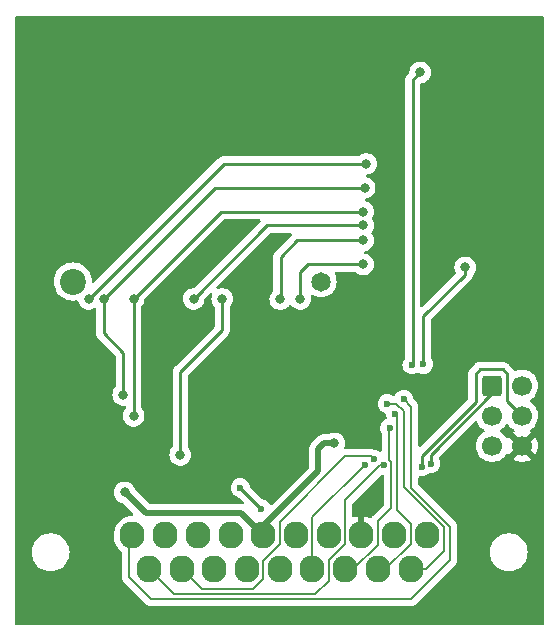
<source format=gbr>
%TF.GenerationSoftware,KiCad,Pcbnew,7.0.9*%
%TF.CreationDate,2023-12-04T13:48:36-06:00*%
%TF.ProjectId,smartportsd-smd,736d6172-7470-46f7-9274-73642d736d64,rev?*%
%TF.SameCoordinates,Original*%
%TF.FileFunction,Copper,L2,Bot*%
%TF.FilePolarity,Positive*%
%FSLAX46Y46*%
G04 Gerber Fmt 4.6, Leading zero omitted, Abs format (unit mm)*
G04 Created by KiCad (PCBNEW 7.0.9) date 2023-12-04 13:48:36*
%MOMM*%
%LPD*%
G01*
G04 APERTURE LIST*
G04 Aperture macros list*
%AMRoundRect*
0 Rectangle with rounded corners*
0 $1 Rounding radius*
0 $2 $3 $4 $5 $6 $7 $8 $9 X,Y pos of 4 corners*
0 Add a 4 corners polygon primitive as box body*
4,1,4,$2,$3,$4,$5,$6,$7,$8,$9,$2,$3,0*
0 Add four circle primitives for the rounded corners*
1,1,$1+$1,$2,$3*
1,1,$1+$1,$4,$5*
1,1,$1+$1,$6,$7*
1,1,$1+$1,$8,$9*
0 Add four rect primitives between the rounded corners*
20,1,$1+$1,$2,$3,$4,$5,0*
20,1,$1+$1,$4,$5,$6,$7,0*
20,1,$1+$1,$6,$7,$8,$9,0*
20,1,$1+$1,$8,$9,$2,$3,0*%
G04 Aperture macros list end*
%TA.AperFunction,ComponentPad*%
%ADD10C,1.650000*%
%TD*%
%TA.AperFunction,ComponentPad*%
%ADD11C,2.200000*%
%TD*%
%TA.AperFunction,ComponentPad*%
%ADD12RoundRect,0.250000X-0.600000X-0.600000X0.600000X-0.600000X0.600000X0.600000X-0.600000X0.600000X0*%
%TD*%
%TA.AperFunction,ComponentPad*%
%ADD13C,1.700000*%
%TD*%
%TA.AperFunction,ComponentPad*%
%ADD14O,2.100000X2.300000*%
%TD*%
%TA.AperFunction,ViaPad*%
%ADD15C,0.800000*%
%TD*%
%TA.AperFunction,ViaPad*%
%ADD16C,0.600000*%
%TD*%
%TA.AperFunction,Conductor*%
%ADD17C,0.250000*%
%TD*%
%TA.AperFunction,Conductor*%
%ADD18C,0.200000*%
%TD*%
%TA.AperFunction,Conductor*%
%ADD19C,0.500000*%
%TD*%
G04 APERTURE END LIST*
D10*
%TO.P,J3,16*%
%TO.N,N/C*%
X160506000Y-105346000D03*
D11*
%TO.P,J3,17*%
X139506000Y-105346000D03*
%TD*%
D12*
%TO.P,J2,1,Pin_1*%
%TO.N,/MISO_D12*%
X175006000Y-114173000D03*
D13*
%TO.P,J2,2,Pin_2*%
%TO.N,+5V*%
X177546000Y-114173000D03*
%TO.P,J2,3,Pin_3*%
%TO.N,/SCK_D13*%
X175006000Y-116713000D03*
%TO.P,J2,4,Pin_4*%
%TO.N,/MOSI_D11*%
X177546000Y-116713000D03*
%TO.P,J2,5,Pin_5*%
%TO.N,/RESET*%
X175006000Y-119253000D03*
%TO.P,J2,6,Pin_6*%
%TO.N,GND*%
X177546000Y-119253000D03*
%TD*%
D14*
%TO.P,J1,1,1*%
%TO.N,GND*%
X169477200Y-126850000D03*
%TO.P,J1,2,2*%
X166707200Y-126850000D03*
%TO.P,J1,3,3*%
X163937200Y-126850000D03*
%TO.P,J1,4,4*%
%TO.N,unconnected-(J1-Pad4)*%
X161167200Y-126850000D03*
%TO.P,J1,5,5*%
%TO.N,unconnected-(J1-Pad5)*%
X158397200Y-126850000D03*
%TO.P,J1,6,6*%
%TO.N,+5V*%
X155627200Y-126850000D03*
%TO.P,J1,7,7*%
%TO.N,unconnected-(J1-Pad7)*%
X152857200Y-126850000D03*
%TO.P,J1,8,8*%
%TO.N,unconnected-(J1-Pad8)*%
X150087200Y-126850000D03*
%TO.P,J1,9,9*%
%TO.N,unconnected-(J1-Pad9)*%
X147317200Y-126850000D03*
%TO.P,J1,10,10*%
%TO.N,/PA5_WR_PROT*%
X144547200Y-126850000D03*
%TO.P,J1,11,P11*%
%TO.N,/PD2_00*%
X168092200Y-129690000D03*
%TO.P,J1,12,P12*%
%TO.N,/PD3_01*%
X165322200Y-129690000D03*
%TO.P,J1,13,P13*%
%TO.N,/PD4_02*%
X162552200Y-129690000D03*
%TO.P,J1,14,P14*%
%TO.N,/PD5_03*%
X159782200Y-129690000D03*
%TO.P,J1,15,P15*%
%TO.N,unconnected-(J1-P15-Pad15)*%
X157012200Y-129690000D03*
%TO.P,J1,16,P16*%
%TO.N,unconnected-(J1-P16-Pad16)*%
X154242200Y-129690000D03*
%TO.P,J1,17,P17*%
%TO.N,unconnected-(J1-P17-Pad17)*%
X151472200Y-129690000D03*
%TO.P,J1,18,P18*%
%TO.N,/PD6_RD_DATA*%
X148702200Y-129690000D03*
%TO.P,J1,19,P19*%
%TO.N,/PD7_WR_DATA*%
X145932200Y-129690000D03*
%TD*%
D15*
%TO.N,GND*%
X139319000Y-101854000D03*
X164084000Y-116713000D03*
X147193000Y-106807000D03*
X172593000Y-128397000D03*
X141478000Y-117602000D03*
X136017000Y-118618000D03*
X137033000Y-112141000D03*
X142240000Y-115824000D03*
X137287000Y-118618000D03*
X141478000Y-118618000D03*
X155448000Y-114046000D03*
X176276000Y-88900000D03*
X176276000Y-102870000D03*
X165100000Y-111125000D03*
X141478000Y-119634000D03*
X169926000Y-117475000D03*
X172085000Y-129794000D03*
X136525000Y-123444000D03*
X175895000Y-109728000D03*
X172339000Y-125349000D03*
X160655000Y-117602000D03*
X149098000Y-92202000D03*
X136017000Y-117602000D03*
X140335000Y-117602000D03*
X137287000Y-117602000D03*
X140335000Y-119634000D03*
X159639000Y-84709000D03*
X154686000Y-106807000D03*
X169672000Y-105664000D03*
X172466000Y-126873000D03*
X152146000Y-112268000D03*
X162560000Y-113411000D03*
X171323000Y-124460000D03*
X138938000Y-84836000D03*
X136017000Y-119634000D03*
X137287000Y-119634000D03*
X158242000Y-119126000D03*
X140335000Y-118618000D03*
%TO.N,/PA4_STATUS_LED*%
X168910000Y-87630000D03*
D16*
X168224556Y-112396762D03*
D15*
%TO.N,+5V*%
X161643986Y-119043516D03*
X143891000Y-123190000D03*
D16*
%TO.N,/PA5_WR_PROT*%
X167513000Y-115316000D03*
D15*
%TO.N,Net-(J3-DAT3{slash}CS)*%
X143764000Y-114935000D03*
X142113000Y-106807000D03*
X164211000Y-97409000D03*
%TO.N,Net-(J3-CMD{slash}DI)*%
X144653000Y-106807000D03*
X164084000Y-99441000D03*
X144653000Y-116713000D03*
%TO.N,+3.3V*%
X164084000Y-100584000D03*
X149733000Y-106807000D03*
D16*
%TO.N,/PD2_00*%
X166116000Y-115697000D03*
D15*
%TO.N,Net-(J3-CLK{slash}SCLK)*%
X148590000Y-120015000D03*
X152146000Y-106807000D03*
D16*
%TO.N,/MISO_D12*%
X153670000Y-122809000D03*
X155448000Y-124595500D03*
D15*
X164084000Y-101854000D03*
D16*
X169805000Y-120764500D03*
D15*
X157061000Y-106845000D03*
%TO.N,Net-(J3-DAT1)*%
X158750000Y-106807000D03*
X164084000Y-103886000D03*
%TO.N,Net-(J3-DAT2)*%
X140843000Y-106807000D03*
X164338000Y-95377000D03*
D16*
%TO.N,/PD3_01*%
X166811500Y-116525500D03*
%TO.N,/PD4_02*%
X166336500Y-117729000D03*
%TO.N,/PD5_03*%
X164211000Y-120904000D03*
%TO.N,/MOSI_D11*%
X169037000Y-121031000D03*
%TO.N,/PD6_RD_DATA*%
X164973000Y-120396000D03*
%TO.N,/PD7_WR_DATA*%
X165862000Y-120904000D03*
%TO.N,/PA3_EJECT_BUTTON*%
X169189400Y-112344200D03*
D15*
X172720000Y-104140000D03*
%TD*%
D17*
%TO.N,/PA3_EJECT_BUTTON*%
X169189400Y-108296295D02*
X172720000Y-104765695D01*
X169189400Y-112344200D02*
X169189400Y-108296295D01*
X172720000Y-104765695D02*
X172720000Y-104140000D01*
D18*
%TO.N,/PD6_RD_DATA*%
X150412200Y-131400000D02*
X148702200Y-129690000D01*
X155625800Y-130505200D02*
X154731000Y-131400000D01*
X157022800Y-125679200D02*
X157022800Y-127587394D01*
X155625800Y-128984394D02*
X155625800Y-130505200D01*
X154731000Y-131400000D02*
X150412200Y-131400000D01*
X157022800Y-127587394D02*
X155625800Y-128984394D01*
X162560000Y-120142000D02*
X157022800Y-125679200D01*
X164719000Y-120142000D02*
X162560000Y-120142000D01*
X164973000Y-120396000D02*
X164719000Y-120142000D01*
%TO.N,/PD7_WR_DATA*%
X160046000Y-131800000D02*
X148042200Y-131800000D01*
X161163000Y-130683000D02*
X160046000Y-131800000D01*
X148042200Y-131800000D02*
X145932200Y-129690000D01*
X161163000Y-128933388D02*
X161163000Y-130683000D01*
X162560000Y-127536388D02*
X161163000Y-128933388D01*
X165529322Y-120904000D02*
X162560000Y-123873322D01*
X162560000Y-123873322D02*
X162560000Y-127536388D01*
X165862000Y-120904000D02*
X165529322Y-120904000D01*
%TO.N,/PD4_02*%
X163239770Y-129690000D02*
X162552200Y-129690000D01*
X165303200Y-127626570D02*
X163239770Y-129690000D01*
X165303200Y-125653800D02*
X165303200Y-127626570D01*
X166462000Y-120655471D02*
X166462000Y-124495000D01*
X166243000Y-117822500D02*
X166243000Y-120436471D01*
X166462000Y-124495000D02*
X165303200Y-125653800D01*
X166336500Y-117729000D02*
X166243000Y-117822500D01*
X166243000Y-120436471D02*
X166462000Y-120655471D01*
%TO.N,/PA5_WR_PROT*%
X144272000Y-127125200D02*
X144547200Y-126850000D01*
X146106500Y-132200000D02*
X144272000Y-130365500D01*
X168155000Y-132200000D02*
X146106500Y-132200000D01*
X171450000Y-128905000D02*
X168155000Y-132200000D01*
X168148000Y-122809000D02*
X171450000Y-126111000D01*
X168148000Y-115951000D02*
X168148000Y-122809000D01*
X144272000Y-130365500D02*
X144272000Y-127125200D01*
X167513000Y-115316000D02*
X168148000Y-115951000D01*
X171450000Y-126111000D02*
X171450000Y-128905000D01*
%TO.N,/PD2_00*%
X169395000Y-129690000D02*
X168092200Y-129690000D01*
X170942000Y-128143000D02*
X169395000Y-129690000D01*
X170942000Y-126168686D02*
X170942000Y-128143000D01*
X167513000Y-122739686D02*
X170942000Y-126168686D01*
X167513000Y-116332000D02*
X167513000Y-122739686D01*
X166878000Y-115697000D02*
X167513000Y-116332000D01*
X166116000Y-115697000D02*
X166878000Y-115697000D01*
D17*
%TO.N,/PA4_STATUS_LED*%
X168275000Y-112346318D02*
X168275000Y-88265000D01*
X168275000Y-88265000D02*
X168910000Y-87630000D01*
X168224556Y-112396762D02*
X168275000Y-112346318D01*
D19*
%TO.N,+5V*%
X155627200Y-126058800D02*
X155627200Y-126850000D01*
X153745200Y-124968000D02*
X155627200Y-126850000D01*
X143891000Y-123190000D02*
X145669000Y-124968000D01*
X145669000Y-124968000D02*
X153745200Y-124968000D01*
X160737484Y-119043516D02*
X160274000Y-119507000D01*
X161643986Y-119043516D02*
X160737484Y-119043516D01*
X160274000Y-121412000D02*
X155627200Y-126058800D01*
X160274000Y-119507000D02*
X160274000Y-121412000D01*
D17*
%TO.N,Net-(J3-DAT3{slash}CS)*%
X143764000Y-114935000D02*
X143764000Y-111379000D01*
X151511000Y-97409000D02*
X164211000Y-97409000D01*
X142113000Y-106807000D02*
X151511000Y-97409000D01*
X143764000Y-111379000D02*
X142113000Y-109728000D01*
X142113000Y-109728000D02*
X142113000Y-106807000D01*
%TO.N,Net-(J3-CMD{slash}DI)*%
X152019000Y-99441000D02*
X164084000Y-99441000D01*
X144653000Y-106807000D02*
X144653000Y-116713000D01*
X144653000Y-106807000D02*
X152019000Y-99441000D01*
%TO.N,+3.3V*%
X155956000Y-100584000D02*
X164084000Y-100584000D01*
X149733000Y-106807000D02*
X155956000Y-100584000D01*
%TO.N,Net-(J3-CLK{slash}SCLK)*%
X148590000Y-113030000D02*
X148590000Y-120015000D01*
X152146000Y-106807000D02*
X152146000Y-109474000D01*
X148590000Y-113030000D02*
X152146000Y-109474000D01*
%TO.N,/MISO_D12*%
X153670000Y-122809000D02*
X153670000Y-122817500D01*
X158496000Y-101854000D02*
X164084000Y-101854000D01*
X153670000Y-122817500D02*
X155448000Y-124595500D01*
X169805000Y-120764500D02*
X169805000Y-120009000D01*
X175006000Y-114808000D02*
X175006000Y-114173000D01*
X169805000Y-120009000D02*
X175006000Y-114808000D01*
X157099000Y-106807000D02*
X157099000Y-103251000D01*
X157099000Y-103251000D02*
X158496000Y-101854000D01*
%TO.N,Net-(J3-DAT1)*%
X158750000Y-104521000D02*
X159385000Y-103886000D01*
X158750000Y-106807000D02*
X158750000Y-104521000D01*
X159385000Y-103886000D02*
X164084000Y-103886000D01*
%TO.N,Net-(J3-DAT2)*%
X152273000Y-95377000D02*
X164338000Y-95377000D01*
X140843000Y-106807000D02*
X152273000Y-95377000D01*
D18*
%TO.N,/PD3_01*%
X168097200Y-125882400D02*
X168097200Y-127558800D01*
X166936000Y-124721200D02*
X168097200Y-125882400D01*
X166936000Y-116650000D02*
X166936000Y-124721200D01*
X166811500Y-116525500D02*
X166936000Y-116650000D01*
X168097200Y-127558800D02*
X165966000Y-129690000D01*
X165966000Y-129690000D02*
X165322200Y-129690000D01*
%TO.N,/PD5_03*%
X159792200Y-125322800D02*
X164211000Y-120904000D01*
X159792200Y-129680000D02*
X159792200Y-125322800D01*
X159782200Y-129690000D02*
X159792200Y-129680000D01*
D17*
%TO.N,/MOSI_D11*%
X169037000Y-120140604D02*
X169037000Y-121031000D01*
X175895000Y-112776000D02*
X173990000Y-112776000D01*
X173609000Y-113157000D02*
X173609000Y-115568604D01*
X173609000Y-115568604D02*
X169037000Y-120140604D01*
X177546000Y-116713000D02*
X176276000Y-115443000D01*
X176276000Y-115443000D02*
X176276000Y-113157000D01*
X173990000Y-112776000D02*
X173609000Y-113157000D01*
X176276000Y-113157000D02*
X175895000Y-112776000D01*
%TD*%
%TA.AperFunction,Conductor*%
%TO.N,GND*%
G36*
X165921783Y-127024353D02*
G01*
X165911700Y-126978000D01*
X165911700Y-126934863D01*
X165921783Y-127024353D01*
G37*
%TD.AperFunction*%
%TA.AperFunction,Conductor*%
G36*
X165911700Y-126765136D02*
G01*
X165911700Y-126722000D01*
X165919586Y-126695139D01*
X165911700Y-126765136D01*
G37*
%TD.AperFunction*%
%TA.AperFunction,Conductor*%
G36*
X165679432Y-121697044D02*
G01*
X165680221Y-121697049D01*
X165680942Y-121697213D01*
X165680953Y-121697217D01*
X165741610Y-121704051D01*
X165807060Y-121731553D01*
X165847253Y-121790077D01*
X165853500Y-121829258D01*
X165853500Y-124190759D01*
X165833498Y-124258880D01*
X165816595Y-124279855D01*
X164904048Y-125192401D01*
X164897847Y-125197839D01*
X164869213Y-125219812D01*
X164843660Y-125253111D01*
X164843639Y-125253139D01*
X164793298Y-125318744D01*
X164735960Y-125360611D01*
X164665089Y-125364833D01*
X164630336Y-125351159D01*
X164607278Y-125337846D01*
X164372076Y-125248645D01*
X164191200Y-125211718D01*
X164191200Y-126091316D01*
X164116343Y-126065123D01*
X163982126Y-126050000D01*
X163892274Y-126050000D01*
X163758057Y-126065123D01*
X163683200Y-126091316D01*
X163683200Y-125211397D01*
X163683199Y-125211397D01*
X163624544Y-125218520D01*
X163624542Y-125218520D01*
X163382936Y-125288501D01*
X163348514Y-125304835D01*
X163278395Y-125315965D01*
X163213390Y-125287420D01*
X163174136Y-125228262D01*
X163168500Y-125190999D01*
X163168500Y-124177560D01*
X163188502Y-124109439D01*
X163205400Y-124088470D01*
X165563079Y-121730790D01*
X165625389Y-121696767D01*
X165673854Y-121697016D01*
X165673921Y-121696424D01*
X165679432Y-121697044D01*
G37*
%TD.AperFunction*%
%TA.AperFunction,Conductor*%
G36*
X176359225Y-117388669D02*
G01*
X176381480Y-117414353D01*
X176414607Y-117465058D01*
X176470275Y-117550265D01*
X176470279Y-117550270D01*
X176622762Y-117715908D01*
X176639583Y-117729000D01*
X176800424Y-117854189D01*
X176834205Y-117872470D01*
X176884596Y-117922482D01*
X176899949Y-117991799D01*
X176875389Y-118058412D01*
X176834208Y-118094097D01*
X176800700Y-118112230D01*
X176780310Y-118128099D01*
X176780310Y-118128101D01*
X177418411Y-118766202D01*
X177403685Y-118768320D01*
X177272900Y-118828048D01*
X177164239Y-118922202D01*
X177086507Y-119043156D01*
X177061638Y-119127849D01*
X176422921Y-118489132D01*
X176422920Y-118489132D01*
X176381780Y-118552102D01*
X176327776Y-118598190D01*
X176257428Y-118607765D01*
X176193071Y-118577787D01*
X176170822Y-118552111D01*
X176081722Y-118415732D01*
X175929240Y-118250094D01*
X175929239Y-118250093D01*
X175929237Y-118250091D01*
X175781389Y-118135016D01*
X175751576Y-118111811D01*
X175718319Y-118093813D01*
X175667929Y-118043802D01*
X175652576Y-117974485D01*
X175677136Y-117907872D01*
X175718320Y-117872186D01*
X175751576Y-117854189D01*
X175929240Y-117715906D01*
X176081722Y-117550268D01*
X176170518Y-117414354D01*
X176224520Y-117368268D01*
X176294868Y-117358692D01*
X176359225Y-117388669D01*
G37*
%TD.AperFunction*%
%TA.AperFunction,Conductor*%
G36*
X179355621Y-82920502D02*
G01*
X179402114Y-82974158D01*
X179413500Y-83026500D01*
X179413500Y-134320500D01*
X179393498Y-134388621D01*
X179339842Y-134435114D01*
X179287500Y-134446500D01*
X134712500Y-134446500D01*
X134644379Y-134426498D01*
X134597886Y-134372842D01*
X134586500Y-134320500D01*
X134586500Y-128270000D01*
X136011751Y-128270000D01*
X136031517Y-128521147D01*
X136090326Y-128766109D01*
X136147856Y-128904998D01*
X136186734Y-128998859D01*
X136317271Y-129211876D01*
X136318365Y-129213660D01*
X136318366Y-129213662D01*
X136481975Y-129405224D01*
X136673537Y-129568833D01*
X136673541Y-129568836D01*
X136888341Y-129700466D01*
X137121089Y-129796873D01*
X137366052Y-129855683D01*
X137518355Y-129867669D01*
X137554315Y-129870500D01*
X137554318Y-129870500D01*
X137680085Y-129870500D01*
X137713892Y-129867839D01*
X137868348Y-129855683D01*
X138113311Y-129796873D01*
X138346059Y-129700466D01*
X138560859Y-129568836D01*
X138752424Y-129405224D01*
X138916036Y-129213659D01*
X139047666Y-128998859D01*
X139144073Y-128766111D01*
X139202883Y-128521148D01*
X139222649Y-128270000D01*
X139202883Y-128018852D01*
X139144073Y-127773889D01*
X139047666Y-127541141D01*
X138916036Y-127326341D01*
X138808822Y-127200809D01*
X138752424Y-127134775D01*
X138560862Y-126971166D01*
X138560860Y-126971165D01*
X138560859Y-126971164D01*
X138346059Y-126839534D01*
X138113311Y-126743127D01*
X138113309Y-126743126D01*
X137945736Y-126702896D01*
X137868348Y-126684317D01*
X137821281Y-126680612D01*
X137680085Y-126669500D01*
X137680082Y-126669500D01*
X137554318Y-126669500D01*
X137554315Y-126669500D01*
X137366052Y-126684317D01*
X137121090Y-126743126D01*
X136888342Y-126839533D01*
X136673539Y-126971165D01*
X136673537Y-126971166D01*
X136481975Y-127134775D01*
X136318366Y-127326337D01*
X136318365Y-127326339D01*
X136186733Y-127541142D01*
X136090326Y-127773890D01*
X136031517Y-128018852D01*
X136011751Y-128270000D01*
X134586500Y-128270000D01*
X134586500Y-123190000D01*
X142977496Y-123190000D01*
X142997457Y-123379927D01*
X143018637Y-123445111D01*
X143056473Y-123561556D01*
X143056476Y-123561561D01*
X143151958Y-123726941D01*
X143151965Y-123726951D01*
X143279744Y-123868864D01*
X143279747Y-123868866D01*
X143434248Y-123981118D01*
X143608712Y-124058794D01*
X143671769Y-124072197D01*
X143734243Y-124105925D01*
X143734668Y-124106349D01*
X144601974Y-124973655D01*
X144636000Y-125035967D01*
X144630935Y-125106782D01*
X144588388Y-125163618D01*
X144521868Y-125188429D01*
X144507812Y-125188647D01*
X144486511Y-125187789D01*
X144484242Y-125187698D01*
X144484235Y-125187698D01*
X144234444Y-125218029D01*
X144234442Y-125218029D01*
X143992760Y-125288033D01*
X143992755Y-125288034D01*
X143765417Y-125395907D01*
X143558335Y-125538844D01*
X143558318Y-125538858D01*
X143376856Y-125713155D01*
X143376854Y-125713157D01*
X143376851Y-125713161D01*
X143225686Y-125914325D01*
X143143392Y-126071125D01*
X143108747Y-126137135D01*
X143029064Y-126375816D01*
X143029062Y-126375825D01*
X142988701Y-126624175D01*
X142988700Y-126624189D01*
X142988700Y-127012807D01*
X143003877Y-127200809D01*
X143064097Y-127445137D01*
X143162727Y-127676626D01*
X143162730Y-127676631D01*
X143297213Y-127889301D01*
X143464077Y-128077651D01*
X143464081Y-128077654D01*
X143617188Y-128202662D01*
X143657305Y-128261238D01*
X143663500Y-128300262D01*
X143663500Y-130321488D01*
X143662960Y-130329719D01*
X143658250Y-130365498D01*
X143658250Y-130365502D01*
X143663255Y-130403520D01*
X143663257Y-130403541D01*
X143676608Y-130504955D01*
X143679162Y-130524351D01*
X143740475Y-130672374D01*
X143740480Y-130672382D01*
X143813525Y-130767574D01*
X143838014Y-130799488D01*
X143866651Y-130821462D01*
X143872844Y-130826893D01*
X145645105Y-132599154D01*
X145650537Y-132605348D01*
X145672512Y-132633986D01*
X145672513Y-132633987D01*
X145702336Y-132656871D01*
X145702373Y-132656901D01*
X145799617Y-132731519D01*
X145799624Y-132731524D01*
X145947649Y-132792838D01*
X145967043Y-132795391D01*
X146066615Y-132808500D01*
X146066620Y-132808500D01*
X146106500Y-132813750D01*
X146142281Y-132809040D01*
X146150512Y-132808500D01*
X168110988Y-132808500D01*
X168119219Y-132809040D01*
X168131549Y-132810662D01*
X168155000Y-132813750D01*
X168194880Y-132808500D01*
X168194885Y-132808500D01*
X168272791Y-132798243D01*
X168294457Y-132795391D01*
X168298335Y-132794880D01*
X168313851Y-132792838D01*
X168461876Y-132731524D01*
X168557072Y-132658477D01*
X168557072Y-132658476D01*
X168565291Y-132652170D01*
X168565300Y-132652162D01*
X168588987Y-132633987D01*
X168610965Y-132605344D01*
X168616384Y-132599163D01*
X171849160Y-129366387D01*
X171855341Y-129360966D01*
X171883987Y-129338987D01*
X171903235Y-129313901D01*
X171903241Y-129313895D01*
X171908476Y-129307072D01*
X171908478Y-129307071D01*
X171981524Y-129211876D01*
X172042838Y-129063851D01*
X172063751Y-128905000D01*
X172059040Y-128869211D01*
X172058500Y-128860980D01*
X172058500Y-128270000D01*
X174801751Y-128270000D01*
X174821517Y-128521147D01*
X174880326Y-128766109D01*
X174937856Y-128904998D01*
X174976734Y-128998859D01*
X175107271Y-129211876D01*
X175108365Y-129213660D01*
X175108366Y-129213662D01*
X175271975Y-129405224D01*
X175463537Y-129568833D01*
X175463541Y-129568836D01*
X175678341Y-129700466D01*
X175911089Y-129796873D01*
X176156052Y-129855683D01*
X176308355Y-129867669D01*
X176344315Y-129870500D01*
X176344318Y-129870500D01*
X176470085Y-129870500D01*
X176503892Y-129867839D01*
X176658348Y-129855683D01*
X176903311Y-129796873D01*
X177136059Y-129700466D01*
X177350859Y-129568836D01*
X177542424Y-129405224D01*
X177706036Y-129213659D01*
X177837666Y-128998859D01*
X177934073Y-128766111D01*
X177992883Y-128521148D01*
X178012649Y-128270000D01*
X177992883Y-128018852D01*
X177934073Y-127773889D01*
X177837666Y-127541141D01*
X177706036Y-127326341D01*
X177598822Y-127200809D01*
X177542424Y-127134775D01*
X177350862Y-126971166D01*
X177350860Y-126971165D01*
X177350859Y-126971164D01*
X177136059Y-126839534D01*
X176903311Y-126743127D01*
X176903309Y-126743126D01*
X176735736Y-126702896D01*
X176658348Y-126684317D01*
X176611281Y-126680612D01*
X176470085Y-126669500D01*
X176470082Y-126669500D01*
X176344318Y-126669500D01*
X176344315Y-126669500D01*
X176156052Y-126684317D01*
X175911090Y-126743126D01*
X175678342Y-126839533D01*
X175463539Y-126971165D01*
X175463537Y-126971166D01*
X175271975Y-127134775D01*
X175108366Y-127326337D01*
X175108365Y-127326339D01*
X174976733Y-127541142D01*
X174880326Y-127773890D01*
X174821517Y-128018852D01*
X174801751Y-128270000D01*
X172058500Y-128270000D01*
X172058500Y-126155010D01*
X172059040Y-126146778D01*
X172061951Y-126124664D01*
X172063750Y-126111000D01*
X172058500Y-126071122D01*
X172058500Y-126071115D01*
X172042838Y-125952150D01*
X171995576Y-125838050D01*
X171981524Y-125804124D01*
X171981523Y-125804123D01*
X171981523Y-125804122D01*
X171935354Y-125743955D01*
X171908477Y-125708928D01*
X171908474Y-125708925D01*
X171903385Y-125702293D01*
X171883988Y-125677013D01*
X171855346Y-125655035D01*
X171849153Y-125649604D01*
X168793405Y-122593856D01*
X168759379Y-122531544D01*
X168756500Y-122504761D01*
X168756500Y-121954005D01*
X168776502Y-121885884D01*
X168830158Y-121839391D01*
X168896605Y-121828797D01*
X169037000Y-121844616D01*
X169218047Y-121824217D01*
X169390015Y-121764043D01*
X169544281Y-121667111D01*
X169607760Y-121603631D01*
X169670069Y-121569607D01*
X169710955Y-121567519D01*
X169805000Y-121578116D01*
X169986047Y-121557717D01*
X170158015Y-121497543D01*
X170312281Y-121400611D01*
X170441111Y-121271781D01*
X170538043Y-121117515D01*
X170598217Y-120945547D01*
X170618616Y-120764500D01*
X170598217Y-120583453D01*
X170538043Y-120411485D01*
X170499036Y-120349405D01*
X170479730Y-120281084D01*
X170500425Y-120213171D01*
X170516623Y-120193279D01*
X173536782Y-117173121D01*
X173599092Y-117139097D01*
X173669908Y-117144162D01*
X173726743Y-117186709D01*
X173741262Y-117211603D01*
X173758080Y-117249944D01*
X173807141Y-117361793D01*
X173930275Y-117550265D01*
X173930279Y-117550270D01*
X174082762Y-117715908D01*
X174099583Y-117729000D01*
X174260424Y-117854189D01*
X174293680Y-117872186D01*
X174344071Y-117922200D01*
X174359423Y-117991516D01*
X174334862Y-118058129D01*
X174293680Y-118093813D01*
X174260426Y-118111810D01*
X174260424Y-118111811D01*
X174082762Y-118250091D01*
X173930279Y-118415729D01*
X173930275Y-118415734D01*
X173807141Y-118604206D01*
X173716703Y-118810386D01*
X173716702Y-118810387D01*
X173661437Y-119028624D01*
X173661436Y-119028630D01*
X173661436Y-119028632D01*
X173642844Y-119253000D01*
X173660232Y-119462844D01*
X173661437Y-119477375D01*
X173716702Y-119695612D01*
X173716703Y-119695613D01*
X173716704Y-119695616D01*
X173782295Y-119845150D01*
X173807141Y-119901793D01*
X173930275Y-120090265D01*
X173930279Y-120090270D01*
X174082762Y-120255908D01*
X174115108Y-120281084D01*
X174260424Y-120394189D01*
X174458426Y-120501342D01*
X174458427Y-120501342D01*
X174458428Y-120501343D01*
X174468379Y-120504759D01*
X174671365Y-120574444D01*
X174893431Y-120611500D01*
X174893435Y-120611500D01*
X175118565Y-120611500D01*
X175118569Y-120611500D01*
X175340635Y-120574444D01*
X175553574Y-120501342D01*
X175751576Y-120394189D01*
X175929240Y-120255906D01*
X176081722Y-120090268D01*
X176170816Y-119953898D01*
X176224819Y-119907810D01*
X176295167Y-119898235D01*
X176359524Y-119928212D01*
X176381782Y-119953898D01*
X176422922Y-120016866D01*
X177061638Y-119378149D01*
X177086507Y-119462844D01*
X177164239Y-119583798D01*
X177272900Y-119677952D01*
X177403685Y-119737680D01*
X177418412Y-119739797D01*
X176780310Y-120377898D01*
X176800694Y-120393763D01*
X176800696Y-120393765D01*
X176998632Y-120500883D01*
X177211483Y-120573955D01*
X177211490Y-120573957D01*
X177433477Y-120611000D01*
X177658523Y-120611000D01*
X177880509Y-120573957D01*
X177880516Y-120573955D01*
X178093369Y-120500883D01*
X178093371Y-120500882D01*
X178291298Y-120393768D01*
X178291302Y-120393766D01*
X178311689Y-120377898D01*
X177673588Y-119739797D01*
X177688315Y-119737680D01*
X177819100Y-119677952D01*
X177927761Y-119583798D01*
X178005493Y-119462844D01*
X178030360Y-119378151D01*
X178669076Y-120016867D01*
X178669077Y-120016866D01*
X178744419Y-119901551D01*
X178834820Y-119695456D01*
X178834823Y-119695449D01*
X178890067Y-119477292D01*
X178908653Y-119253000D01*
X178890067Y-119028707D01*
X178834823Y-118810550D01*
X178834820Y-118810543D01*
X178744422Y-118604456D01*
X178744417Y-118604448D01*
X178669076Y-118489132D01*
X178030360Y-119127848D01*
X178005493Y-119043156D01*
X177927761Y-118922202D01*
X177819100Y-118828048D01*
X177688315Y-118768320D01*
X177673587Y-118766202D01*
X178311689Y-118128100D01*
X178311688Y-118128099D01*
X178291306Y-118112235D01*
X178291294Y-118112227D01*
X178257792Y-118094097D01*
X178207402Y-118044084D01*
X178192050Y-117974767D01*
X178216611Y-117908154D01*
X178257790Y-117872472D01*
X178291576Y-117854189D01*
X178469240Y-117715906D01*
X178621722Y-117550268D01*
X178744860Y-117361791D01*
X178835296Y-117155616D01*
X178890564Y-116937368D01*
X178909156Y-116713000D01*
X178890564Y-116488632D01*
X178853291Y-116341444D01*
X178835297Y-116270387D01*
X178835296Y-116270386D01*
X178835296Y-116270384D01*
X178744860Y-116064209D01*
X178709753Y-116010474D01*
X178621724Y-115875734D01*
X178621720Y-115875729D01*
X178469237Y-115710091D01*
X178384474Y-115644117D01*
X178291576Y-115571811D01*
X178258319Y-115553813D01*
X178207929Y-115503802D01*
X178192576Y-115434485D01*
X178217136Y-115367872D01*
X178258320Y-115332186D01*
X178291576Y-115314189D01*
X178469240Y-115175906D01*
X178621722Y-115010268D01*
X178744860Y-114821791D01*
X178835296Y-114615616D01*
X178890564Y-114397368D01*
X178909156Y-114173000D01*
X178890564Y-113948632D01*
X178835296Y-113730384D01*
X178744860Y-113524209D01*
X178738140Y-113513924D01*
X178621724Y-113335734D01*
X178621720Y-113335729D01*
X178505570Y-113209559D01*
X178469240Y-113170094D01*
X178469239Y-113170093D01*
X178469237Y-113170091D01*
X178349945Y-113077242D01*
X178291576Y-113031811D01*
X178093574Y-112924658D01*
X178093572Y-112924657D01*
X178093571Y-112924656D01*
X177880639Y-112851557D01*
X177880630Y-112851555D01*
X177836476Y-112844187D01*
X177658569Y-112814500D01*
X177433431Y-112814500D01*
X177285211Y-112839233D01*
X177211369Y-112851555D01*
X177211360Y-112851557D01*
X176995057Y-112925814D01*
X176924132Y-112929014D01*
X176862737Y-112893362D01*
X176836990Y-112853016D01*
X176835552Y-112849383D01*
X176835551Y-112849381D01*
X176835550Y-112849379D01*
X176807818Y-112811210D01*
X176804562Y-112806253D01*
X176780542Y-112765637D01*
X176780540Y-112765635D01*
X176780540Y-112765634D01*
X176766218Y-112751312D01*
X176753377Y-112736279D01*
X176741471Y-112719892D01*
X176723419Y-112704958D01*
X176705108Y-112689810D01*
X176700736Y-112685831D01*
X176402244Y-112387339D01*
X176392279Y-112374901D01*
X176392052Y-112375090D01*
X176387001Y-112368984D01*
X176387000Y-112368982D01*
X176335921Y-112321016D01*
X176325431Y-112310526D01*
X176314777Y-112299871D01*
X176314772Y-112299866D01*
X176309225Y-112295563D01*
X176304717Y-112291712D01*
X176270325Y-112259417D01*
X176270319Y-112259413D01*
X176252563Y-112249651D01*
X176236047Y-112238802D01*
X176220041Y-112226386D01*
X176189289Y-112213078D01*
X176176740Y-112207648D01*
X176171408Y-112205036D01*
X176130061Y-112182305D01*
X176110436Y-112177266D01*
X176091736Y-112170864D01*
X176073145Y-112162819D01*
X176073143Y-112162818D01*
X176073142Y-112162818D01*
X176026542Y-112155437D01*
X176020729Y-112154233D01*
X175975030Y-112142500D01*
X175954776Y-112142500D01*
X175935066Y-112140949D01*
X175915057Y-112137780D01*
X175915056Y-112137780D01*
X175868083Y-112142220D01*
X175862150Y-112142500D01*
X174073849Y-112142500D01*
X174058010Y-112140751D01*
X174057983Y-112141045D01*
X174050091Y-112140299D01*
X173980060Y-112142500D01*
X173950144Y-112142500D01*
X173943172Y-112143379D01*
X173937265Y-112143844D01*
X173890110Y-112145326D01*
X173890105Y-112145327D01*
X173870660Y-112150977D01*
X173851302Y-112154986D01*
X173831207Y-112157524D01*
X173831205Y-112157525D01*
X173787324Y-112174897D01*
X173781709Y-112176819D01*
X173736410Y-112189980D01*
X173736404Y-112189982D01*
X173718966Y-112200295D01*
X173701220Y-112208989D01*
X173682381Y-112216448D01*
X173682380Y-112216449D01*
X173644213Y-112244178D01*
X173639252Y-112247437D01*
X173598637Y-112271458D01*
X173584307Y-112285787D01*
X173569281Y-112298620D01*
X173552895Y-112310526D01*
X173552894Y-112310526D01*
X173522818Y-112346880D01*
X173518823Y-112351271D01*
X173220336Y-112649757D01*
X173207901Y-112659721D01*
X173208089Y-112659948D01*
X173201980Y-112665001D01*
X173154016Y-112716078D01*
X173132866Y-112737227D01*
X173128560Y-112742777D01*
X173124714Y-112747279D01*
X173092417Y-112781674D01*
X173092411Y-112781683D01*
X173082651Y-112799435D01*
X173071803Y-112815950D01*
X173059386Y-112831958D01*
X173040645Y-112875264D01*
X173038034Y-112880594D01*
X173015305Y-112921939D01*
X173015303Y-112921944D01*
X173010267Y-112941559D01*
X173003864Y-112960262D01*
X172995819Y-112978852D01*
X172988437Y-113025456D01*
X172987233Y-113031268D01*
X172975500Y-113076968D01*
X172975500Y-113097223D01*
X172973949Y-113116933D01*
X172970780Y-113136942D01*
X172970780Y-113136943D01*
X172975220Y-113183917D01*
X172975500Y-113189850D01*
X172975500Y-115254009D01*
X172955498Y-115322130D01*
X172938595Y-115343104D01*
X168971595Y-119310104D01*
X168909283Y-119344130D01*
X168838468Y-119339065D01*
X168781632Y-119296518D01*
X168756821Y-119229998D01*
X168756500Y-119221009D01*
X168756500Y-115995018D01*
X168757040Y-115986786D01*
X168761751Y-115951000D01*
X168761751Y-115950999D01*
X168747380Y-115841839D01*
X168740838Y-115792149D01*
X168679524Y-115644124D01*
X168679519Y-115644117D01*
X168604901Y-115546873D01*
X168604871Y-115546836D01*
X168581986Y-115517012D01*
X168553346Y-115495035D01*
X168547153Y-115489604D01*
X168351832Y-115294283D01*
X168317806Y-115231971D01*
X168315720Y-115219306D01*
X168306217Y-115134953D01*
X168246043Y-114962985D01*
X168246041Y-114962982D01*
X168246041Y-114962981D01*
X168149112Y-114808720D01*
X168149111Y-114808718D01*
X168020281Y-114679888D01*
X168020279Y-114679887D01*
X167866018Y-114582958D01*
X167866015Y-114582957D01*
X167694050Y-114522784D01*
X167694049Y-114522783D01*
X167694047Y-114522783D01*
X167513000Y-114502384D01*
X167331953Y-114522783D01*
X167331950Y-114522783D01*
X167331949Y-114522784D01*
X167159984Y-114582957D01*
X167159981Y-114582958D01*
X167005720Y-114679887D01*
X167005718Y-114679888D01*
X166876888Y-114808718D01*
X166876887Y-114808720D01*
X166779958Y-114962981D01*
X166779956Y-114962985D01*
X166775817Y-114974815D01*
X166734438Y-115032506D01*
X166668437Y-115058667D01*
X166598769Y-115044992D01*
X166589853Y-115039884D01*
X166469017Y-114963958D01*
X166469015Y-114963957D01*
X166297050Y-114903784D01*
X166297049Y-114903783D01*
X166297047Y-114903783D01*
X166116000Y-114883384D01*
X165934953Y-114903783D01*
X165934950Y-114903783D01*
X165934949Y-114903784D01*
X165762984Y-114963957D01*
X165762981Y-114963958D01*
X165608720Y-115060887D01*
X165608718Y-115060888D01*
X165479888Y-115189718D01*
X165479887Y-115189720D01*
X165382958Y-115343981D01*
X165382957Y-115343984D01*
X165327035Y-115503802D01*
X165322783Y-115515953D01*
X165302384Y-115697000D01*
X165322783Y-115878047D01*
X165322783Y-115878049D01*
X165322784Y-115878050D01*
X165382957Y-116050015D01*
X165382958Y-116050018D01*
X165479887Y-116204279D01*
X165479888Y-116204281D01*
X165608718Y-116333111D01*
X165608720Y-116333112D01*
X165762981Y-116430041D01*
X165762982Y-116430041D01*
X165762985Y-116430043D01*
X165921599Y-116485544D01*
X165979291Y-116526922D01*
X166005192Y-116590364D01*
X166018283Y-116706547D01*
X166063094Y-116834610D01*
X166066712Y-116905514D01*
X166031423Y-116967119D01*
X165989768Y-116992706D01*
X165989856Y-116992889D01*
X165988072Y-116993747D01*
X165985793Y-116995148D01*
X165983491Y-116995953D01*
X165983481Y-116995958D01*
X165829220Y-117092887D01*
X165829218Y-117092888D01*
X165700388Y-117221718D01*
X165700387Y-117221720D01*
X165603458Y-117375981D01*
X165603457Y-117375984D01*
X165558622Y-117504117D01*
X165543283Y-117547953D01*
X165522884Y-117729000D01*
X165543283Y-117910047D01*
X165543283Y-117910049D01*
X165543284Y-117910050D01*
X165603457Y-118082015D01*
X165603456Y-118082015D01*
X165615186Y-118100681D01*
X165634500Y-118167719D01*
X165634500Y-119628810D01*
X165614498Y-119696931D01*
X165560842Y-119743424D01*
X165490568Y-119753528D01*
X165441464Y-119735498D01*
X165326013Y-119662956D01*
X165228428Y-119628810D01*
X165154047Y-119602783D01*
X165054633Y-119591581D01*
X164970148Y-119582062D01*
X164936039Y-119573263D01*
X164877853Y-119549162D01*
X164864921Y-119547459D01*
X164858456Y-119546608D01*
X164823202Y-119541967D01*
X164757041Y-119533257D01*
X164757020Y-119533255D01*
X164719002Y-119528250D01*
X164718999Y-119528250D01*
X164683219Y-119532960D01*
X164674988Y-119533500D01*
X162613458Y-119533500D01*
X162545337Y-119513498D01*
X162498844Y-119459842D01*
X162488740Y-119389568D01*
X162493625Y-119368564D01*
X162537528Y-119233444D01*
X162543517Y-119176458D01*
X162557490Y-119043516D01*
X162537528Y-118853588D01*
X162478513Y-118671960D01*
X162383026Y-118506572D01*
X162383024Y-118506570D01*
X162383020Y-118506564D01*
X162255241Y-118364651D01*
X162100738Y-118252398D01*
X161926274Y-118174722D01*
X161739473Y-118135016D01*
X161548499Y-118135016D01*
X161361697Y-118174722D01*
X161187231Y-118252399D01*
X161175462Y-118260951D01*
X161108595Y-118284810D01*
X161101399Y-118285016D01*
X160801925Y-118285016D01*
X160783665Y-118283686D01*
X160759695Y-118280175D01*
X160707099Y-118284776D01*
X160701606Y-118285016D01*
X160693302Y-118285016D01*
X160671360Y-118287580D01*
X160660389Y-118288863D01*
X160651216Y-118289665D01*
X160583061Y-118295628D01*
X160575870Y-118297113D01*
X160575856Y-118297048D01*
X160568498Y-118298679D01*
X160568514Y-118298744D01*
X160561373Y-118300436D01*
X160488428Y-118326985D01*
X160414744Y-118351401D01*
X160408097Y-118354502D01*
X160408069Y-118354442D01*
X160401278Y-118357730D01*
X160401308Y-118357788D01*
X160394750Y-118361081D01*
X160329870Y-118403753D01*
X160263831Y-118444488D01*
X160258080Y-118449036D01*
X160258038Y-118448983D01*
X160252188Y-118453749D01*
X160252230Y-118453799D01*
X160246608Y-118458516D01*
X160193305Y-118515014D01*
X159783222Y-118925095D01*
X159769373Y-118937063D01*
X159749948Y-118951525D01*
X159749944Y-118951529D01*
X159716007Y-118991971D01*
X159712300Y-118996017D01*
X159706421Y-119001897D01*
X159706412Y-119001907D01*
X159685863Y-119027896D01*
X159635965Y-119087364D01*
X159631935Y-119093491D01*
X159631880Y-119093455D01*
X159627825Y-119099820D01*
X159627882Y-119099855D01*
X159624028Y-119106101D01*
X159591220Y-119176458D01*
X159556391Y-119245812D01*
X159553882Y-119252707D01*
X159553820Y-119252684D01*
X159551343Y-119259810D01*
X159551404Y-119259831D01*
X159549097Y-119266790D01*
X159533392Y-119342849D01*
X159529128Y-119360841D01*
X159516276Y-119415072D01*
X159515500Y-119418345D01*
X159514648Y-119425634D01*
X159514581Y-119425626D01*
X159513814Y-119433126D01*
X159513881Y-119433132D01*
X159513241Y-119440442D01*
X159515500Y-119518079D01*
X159515500Y-121045628D01*
X159495498Y-121113749D01*
X159478595Y-121134723D01*
X156366001Y-124247316D01*
X156303689Y-124281342D01*
X156232873Y-124276277D01*
X156176038Y-124233730D01*
X156170219Y-124225257D01*
X156084112Y-124088220D01*
X156084111Y-124088218D01*
X155955281Y-123959388D01*
X155955279Y-123959387D01*
X155801018Y-123862458D01*
X155801015Y-123862457D01*
X155629052Y-123802284D01*
X155629048Y-123802283D01*
X155629047Y-123802283D01*
X155629041Y-123802282D01*
X155629039Y-123802282D01*
X155584543Y-123797267D01*
X155519091Y-123769762D01*
X155509560Y-123761155D01*
X154505422Y-122757017D01*
X154471396Y-122694705D01*
X154469309Y-122682027D01*
X154466045Y-122653058D01*
X154463217Y-122627953D01*
X154403043Y-122455985D01*
X154403041Y-122455982D01*
X154403041Y-122455981D01*
X154306112Y-122301720D01*
X154306111Y-122301718D01*
X154177281Y-122172888D01*
X154177279Y-122172887D01*
X154023018Y-122075958D01*
X154023015Y-122075957D01*
X153851050Y-122015784D01*
X153851049Y-122015783D01*
X153851047Y-122015783D01*
X153670000Y-121995384D01*
X153488953Y-122015783D01*
X153488950Y-122015783D01*
X153488949Y-122015784D01*
X153316984Y-122075957D01*
X153316981Y-122075958D01*
X153162720Y-122172887D01*
X153162718Y-122172888D01*
X153033888Y-122301718D01*
X153033887Y-122301720D01*
X152936958Y-122455981D01*
X152936957Y-122455984D01*
X152901628Y-122556951D01*
X152876783Y-122627953D01*
X152856384Y-122809000D01*
X152876783Y-122990047D01*
X152876783Y-122990049D01*
X152876784Y-122990050D01*
X152936957Y-123162015D01*
X152936958Y-123162018D01*
X153033887Y-123316279D01*
X153033888Y-123316281D01*
X153162718Y-123445111D01*
X153162720Y-123445112D01*
X153316981Y-123542041D01*
X153316982Y-123542041D01*
X153316985Y-123542043D01*
X153488953Y-123602217D01*
X153523126Y-123606067D01*
X153523871Y-123606151D01*
X153589324Y-123633653D01*
X153598860Y-123642264D01*
X153955139Y-123998543D01*
X153989165Y-124060855D01*
X153984100Y-124131670D01*
X153941553Y-124188506D01*
X153875033Y-124213317D01*
X153836989Y-124210242D01*
X153833859Y-124209500D01*
X153826567Y-124208648D01*
X153826574Y-124208580D01*
X153819077Y-124207814D01*
X153819072Y-124207881D01*
X153811759Y-124207241D01*
X153811758Y-124207241D01*
X153734120Y-124209500D01*
X146035371Y-124209500D01*
X145967250Y-124189498D01*
X145946276Y-124172595D01*
X144811125Y-123037444D01*
X144780387Y-122987285D01*
X144725528Y-122818447D01*
X144725527Y-122818445D01*
X144725527Y-122818444D01*
X144630040Y-122653056D01*
X144630038Y-122653054D01*
X144630034Y-122653048D01*
X144502255Y-122511135D01*
X144347752Y-122398882D01*
X144173288Y-122321206D01*
X143986487Y-122281500D01*
X143795513Y-122281500D01*
X143608711Y-122321206D01*
X143434247Y-122398882D01*
X143279744Y-122511135D01*
X143151965Y-122653048D01*
X143151958Y-122653058D01*
X143056476Y-122818438D01*
X143056473Y-122818445D01*
X142997457Y-123000072D01*
X142977496Y-123190000D01*
X134586500Y-123190000D01*
X134586500Y-105346000D01*
X137892526Y-105346000D01*
X137912391Y-105598402D01*
X137971494Y-105844589D01*
X138042204Y-106015297D01*
X138068384Y-106078502D01*
X138200672Y-106294376D01*
X138365102Y-106486898D01*
X138557624Y-106651328D01*
X138773498Y-106783616D01*
X139007409Y-106880505D01*
X139253597Y-106939609D01*
X139506000Y-106959474D01*
X139758403Y-106939609D01*
X139805100Y-106928398D01*
X139876008Y-106931944D01*
X139933742Y-106973263D01*
X139954348Y-107011979D01*
X139961805Y-107034928D01*
X140008473Y-107178556D01*
X140008476Y-107178561D01*
X140103958Y-107343941D01*
X140103965Y-107343951D01*
X140231744Y-107485864D01*
X140264309Y-107509524D01*
X140386248Y-107598118D01*
X140560712Y-107675794D01*
X140747513Y-107715500D01*
X140938487Y-107715500D01*
X141125288Y-107675794D01*
X141299752Y-107598118D01*
X141299756Y-107598114D01*
X141302251Y-107597004D01*
X141372618Y-107587570D01*
X141436915Y-107617676D01*
X141474728Y-107677765D01*
X141479500Y-107712111D01*
X141479500Y-109644146D01*
X141477751Y-109659988D01*
X141478044Y-109660016D01*
X141477298Y-109667907D01*
X141479500Y-109737957D01*
X141479500Y-109767851D01*
X141479501Y-109767872D01*
X141480378Y-109774820D01*
X141480844Y-109780732D01*
X141482326Y-109827888D01*
X141482327Y-109827893D01*
X141487977Y-109847339D01*
X141491986Y-109866697D01*
X141494525Y-109886793D01*
X141494526Y-109886799D01*
X141511893Y-109930662D01*
X141513816Y-109936279D01*
X141526982Y-109981593D01*
X141537294Y-109999031D01*
X141545988Y-110016779D01*
X141553444Y-110035609D01*
X141553450Y-110035620D01*
X141581177Y-110073783D01*
X141584437Y-110078746D01*
X141608460Y-110119365D01*
X141622779Y-110133684D01*
X141635617Y-110148714D01*
X141645156Y-110161843D01*
X141647528Y-110165107D01*
X141675794Y-110188491D01*
X141683886Y-110195185D01*
X141688267Y-110199171D01*
X143093595Y-111604499D01*
X143127621Y-111666811D01*
X143130500Y-111693594D01*
X143130500Y-114232474D01*
X143110498Y-114300595D01*
X143098137Y-114316784D01*
X143024957Y-114398059D01*
X142929476Y-114563438D01*
X142929473Y-114563444D01*
X142914999Y-114607986D01*
X142870457Y-114745072D01*
X142850496Y-114935000D01*
X142870457Y-115124927D01*
X142891510Y-115189718D01*
X142929473Y-115306556D01*
X142929476Y-115306561D01*
X143024958Y-115471941D01*
X143024965Y-115471951D01*
X143152743Y-115613863D01*
X143152746Y-115613865D01*
X143152747Y-115613866D01*
X143307248Y-115726118D01*
X143481712Y-115803794D01*
X143668513Y-115843500D01*
X143859485Y-115843500D01*
X143859487Y-115843500D01*
X143867300Y-115841839D01*
X143938088Y-115847237D01*
X143994723Y-115890051D01*
X144019220Y-115956687D01*
X144019500Y-115965084D01*
X144019500Y-116010474D01*
X143999498Y-116078595D01*
X143987137Y-116094784D01*
X143913957Y-116176059D01*
X143818476Y-116341438D01*
X143818473Y-116341445D01*
X143759457Y-116523072D01*
X143739496Y-116713000D01*
X143759457Y-116902927D01*
X143780315Y-116967119D01*
X143818473Y-117084556D01*
X143823284Y-117092889D01*
X143913958Y-117249941D01*
X143913965Y-117249951D01*
X144041744Y-117391864D01*
X144041747Y-117391866D01*
X144196248Y-117504118D01*
X144370712Y-117581794D01*
X144557513Y-117621500D01*
X144748487Y-117621500D01*
X144935288Y-117581794D01*
X145109752Y-117504118D01*
X145264253Y-117391866D01*
X145267132Y-117388669D01*
X145392034Y-117249951D01*
X145392035Y-117249949D01*
X145392040Y-117249944D01*
X145487527Y-117084556D01*
X145546542Y-116902928D01*
X145566504Y-116713000D01*
X145546542Y-116523072D01*
X145487527Y-116341444D01*
X145392040Y-116176056D01*
X145318863Y-116094784D01*
X145288146Y-116030776D01*
X145286500Y-116010474D01*
X145286500Y-107509524D01*
X145306502Y-107441403D01*
X145318858Y-107425220D01*
X145392040Y-107343944D01*
X145487527Y-107178556D01*
X145546542Y-106996928D01*
X145563907Y-106831703D01*
X145590920Y-106766048D01*
X145600113Y-106755789D01*
X152244500Y-100111405D01*
X152306812Y-100077379D01*
X152333595Y-100074500D01*
X155265405Y-100074500D01*
X155333526Y-100094502D01*
X155380019Y-100148158D01*
X155390123Y-100218432D01*
X155360629Y-100283012D01*
X155354500Y-100289595D01*
X149782500Y-105861595D01*
X149720188Y-105895621D01*
X149693405Y-105898500D01*
X149637513Y-105898500D01*
X149450711Y-105938206D01*
X149276247Y-106015882D01*
X149121744Y-106128135D01*
X148993965Y-106270048D01*
X148993958Y-106270058D01*
X148898476Y-106435438D01*
X148898473Y-106435445D01*
X148839457Y-106617072D01*
X148819496Y-106807000D01*
X148839457Y-106996927D01*
X148851805Y-107034928D01*
X148898473Y-107178556D01*
X148898476Y-107178561D01*
X148993958Y-107343941D01*
X148993965Y-107343951D01*
X149121744Y-107485864D01*
X149154309Y-107509524D01*
X149276248Y-107598118D01*
X149450712Y-107675794D01*
X149637513Y-107715500D01*
X149828487Y-107715500D01*
X150015288Y-107675794D01*
X150189752Y-107598118D01*
X150344253Y-107485866D01*
X150398865Y-107425213D01*
X150472034Y-107343951D01*
X150472035Y-107343949D01*
X150472040Y-107343944D01*
X150567527Y-107178556D01*
X150626542Y-106996928D01*
X150643907Y-106831703D01*
X150670920Y-106766048D01*
X150680113Y-106755789D01*
X151090059Y-106345843D01*
X151152369Y-106311819D01*
X151223184Y-106316884D01*
X151280020Y-106359431D01*
X151304831Y-106425951D01*
X151298985Y-106473876D01*
X151252457Y-106617071D01*
X151232496Y-106807000D01*
X151252457Y-106996927D01*
X151264805Y-107034928D01*
X151311473Y-107178556D01*
X151311476Y-107178561D01*
X151399026Y-107330203D01*
X151406960Y-107343944D01*
X151480137Y-107425215D01*
X151510853Y-107489220D01*
X151512500Y-107509524D01*
X151512500Y-109159404D01*
X151492498Y-109227525D01*
X151475595Y-109248499D01*
X148201336Y-112522757D01*
X148188901Y-112532721D01*
X148189089Y-112532948D01*
X148182980Y-112538001D01*
X148135016Y-112589078D01*
X148113866Y-112610227D01*
X148109560Y-112615777D01*
X148105714Y-112620279D01*
X148073417Y-112654674D01*
X148073411Y-112654683D01*
X148063651Y-112672435D01*
X148052803Y-112688950D01*
X148040386Y-112704958D01*
X148021645Y-112748264D01*
X148019034Y-112753594D01*
X147996305Y-112794939D01*
X147996303Y-112794944D01*
X147991267Y-112814559D01*
X147984864Y-112833262D01*
X147976819Y-112851852D01*
X147969437Y-112898456D01*
X147968233Y-112904268D01*
X147956500Y-112949968D01*
X147956500Y-112970223D01*
X147954949Y-112989933D01*
X147951780Y-113009942D01*
X147951780Y-113009943D01*
X147956220Y-113056917D01*
X147956500Y-113062850D01*
X147956500Y-119312474D01*
X147936498Y-119380595D01*
X147924137Y-119396784D01*
X147850957Y-119478059D01*
X147755476Y-119643438D01*
X147755473Y-119643445D01*
X147696457Y-119825072D01*
X147676496Y-120015000D01*
X147696457Y-120204927D01*
X147721203Y-120281084D01*
X147755473Y-120386556D01*
X147755476Y-120386561D01*
X147850958Y-120551941D01*
X147850965Y-120551951D01*
X147978744Y-120693864D01*
X147978747Y-120693866D01*
X148133248Y-120806118D01*
X148307712Y-120883794D01*
X148494513Y-120923500D01*
X148685487Y-120923500D01*
X148872288Y-120883794D01*
X149046752Y-120806118D01*
X149201253Y-120693866D01*
X149308783Y-120574442D01*
X149329034Y-120551951D01*
X149329035Y-120551949D01*
X149329040Y-120551944D01*
X149424527Y-120386556D01*
X149483542Y-120204928D01*
X149503504Y-120015000D01*
X149483542Y-119825072D01*
X149424527Y-119643444D01*
X149352147Y-119518079D01*
X149329042Y-119478059D01*
X149329041Y-119478058D01*
X149329040Y-119478056D01*
X149255863Y-119396784D01*
X149225146Y-119332776D01*
X149223500Y-119312474D01*
X149223500Y-113344593D01*
X149243502Y-113276472D01*
X149260400Y-113255503D01*
X150119141Y-112396762D01*
X167410940Y-112396762D01*
X167431339Y-112577809D01*
X167431339Y-112577811D01*
X167431340Y-112577812D01*
X167491513Y-112749777D01*
X167491514Y-112749780D01*
X167588443Y-112904041D01*
X167588444Y-112904043D01*
X167717274Y-113032873D01*
X167717276Y-113032874D01*
X167871537Y-113129803D01*
X167871538Y-113129803D01*
X167871541Y-113129805D01*
X168043509Y-113189979D01*
X168224556Y-113210378D01*
X168405603Y-113189979D01*
X168577571Y-113129805D01*
X168661223Y-113077243D01*
X168681768Y-113064334D01*
X168750089Y-113045028D01*
X168815840Y-113064333D01*
X168836385Y-113077243D01*
X169008353Y-113137417D01*
X169189400Y-113157816D01*
X169370447Y-113137417D01*
X169542415Y-113077243D01*
X169696681Y-112980311D01*
X169825511Y-112851481D01*
X169922443Y-112697215D01*
X169982617Y-112525247D01*
X170003016Y-112344200D01*
X169982617Y-112163153D01*
X169922443Y-111991185D01*
X169922441Y-111991182D01*
X169922441Y-111991181D01*
X169842213Y-111863498D01*
X169822900Y-111796462D01*
X169822900Y-108610888D01*
X169842902Y-108542767D01*
X169859800Y-108521798D01*
X173108657Y-105272940D01*
X173121092Y-105262979D01*
X173120905Y-105262752D01*
X173127009Y-105257700D01*
X173127018Y-105257695D01*
X173174999Y-105206599D01*
X173196134Y-105185465D01*
X173200429Y-105179927D01*
X173204271Y-105175426D01*
X173236586Y-105141016D01*
X173246345Y-105123262D01*
X173257197Y-105106741D01*
X173269613Y-105090736D01*
X173288347Y-105047443D01*
X173290961Y-105042107D01*
X173313694Y-105000756D01*
X173313695Y-105000755D01*
X173318733Y-104981130D01*
X173325138Y-104962425D01*
X173333181Y-104943840D01*
X173340563Y-104897220D01*
X173341761Y-104891439D01*
X173353500Y-104845725D01*
X173353500Y-104842524D01*
X173354209Y-104840108D01*
X173354493Y-104837862D01*
X173354855Y-104837907D01*
X173373502Y-104774403D01*
X173385864Y-104758213D01*
X173459040Y-104676944D01*
X173554527Y-104511556D01*
X173613542Y-104329928D01*
X173633504Y-104140000D01*
X173613542Y-103950072D01*
X173554527Y-103768444D01*
X173459040Y-103603056D01*
X173459038Y-103603054D01*
X173459034Y-103603048D01*
X173331255Y-103461135D01*
X173176752Y-103348882D01*
X173002288Y-103271206D01*
X172815487Y-103231500D01*
X172624513Y-103231500D01*
X172437711Y-103271206D01*
X172263247Y-103348882D01*
X172108744Y-103461135D01*
X171980965Y-103603048D01*
X171980958Y-103603058D01*
X171885476Y-103768438D01*
X171885473Y-103768445D01*
X171826457Y-103950072D01*
X171806496Y-104140000D01*
X171826457Y-104329927D01*
X171830657Y-104342852D01*
X171885473Y-104511556D01*
X171885473Y-104511557D01*
X171885474Y-104511558D01*
X171907687Y-104550032D01*
X171924424Y-104619027D01*
X171901203Y-104686119D01*
X171887662Y-104702126D01*
X169123595Y-107466194D01*
X169061283Y-107500220D01*
X168990468Y-107495155D01*
X168933632Y-107452608D01*
X168908821Y-107386088D01*
X168908500Y-107377099D01*
X168908500Y-88661148D01*
X168928502Y-88593027D01*
X168982158Y-88546534D01*
X169008299Y-88537902D01*
X169192288Y-88498794D01*
X169366752Y-88421118D01*
X169521253Y-88308866D01*
X169536514Y-88291917D01*
X169649034Y-88166951D01*
X169649035Y-88166949D01*
X169649040Y-88166944D01*
X169744527Y-88001556D01*
X169803542Y-87819928D01*
X169823504Y-87630000D01*
X169803542Y-87440072D01*
X169744527Y-87258444D01*
X169649040Y-87093056D01*
X169649038Y-87093054D01*
X169649034Y-87093048D01*
X169521255Y-86951135D01*
X169366752Y-86838882D01*
X169192288Y-86761206D01*
X169005487Y-86721500D01*
X168814513Y-86721500D01*
X168627711Y-86761206D01*
X168453247Y-86838882D01*
X168298744Y-86951135D01*
X168170965Y-87093048D01*
X168170958Y-87093058D01*
X168075476Y-87258438D01*
X168075473Y-87258445D01*
X168016457Y-87440072D01*
X167999092Y-87605292D01*
X167972079Y-87670949D01*
X167962877Y-87681216D01*
X167886336Y-87757757D01*
X167873901Y-87767720D01*
X167874089Y-87767947D01*
X167867982Y-87772999D01*
X167820015Y-87824079D01*
X167798866Y-87845227D01*
X167794560Y-87850777D01*
X167790714Y-87855279D01*
X167758417Y-87889674D01*
X167758411Y-87889683D01*
X167748651Y-87907435D01*
X167737803Y-87923950D01*
X167725386Y-87939958D01*
X167706645Y-87983264D01*
X167704034Y-87988594D01*
X167681305Y-88029939D01*
X167681303Y-88029944D01*
X167676267Y-88049559D01*
X167669864Y-88068262D01*
X167661819Y-88086852D01*
X167654437Y-88133456D01*
X167653233Y-88139268D01*
X167641500Y-88184968D01*
X167641500Y-88205223D01*
X167639949Y-88224933D01*
X167636780Y-88244942D01*
X167636780Y-88244943D01*
X167641220Y-88291917D01*
X167641500Y-88297850D01*
X167641500Y-111784235D01*
X167621498Y-111852356D01*
X167604595Y-111873330D01*
X167588444Y-111889480D01*
X167588443Y-111889482D01*
X167491514Y-112043743D01*
X167491513Y-112043746D01*
X167433693Y-112208989D01*
X167431339Y-112215715D01*
X167410940Y-112396762D01*
X150119141Y-112396762D01*
X152534657Y-109981245D01*
X152547092Y-109971284D01*
X152546905Y-109971057D01*
X152553009Y-109966005D01*
X152553018Y-109966000D01*
X152600999Y-109914904D01*
X152622134Y-109893770D01*
X152626429Y-109888232D01*
X152630271Y-109883731D01*
X152662586Y-109849321D01*
X152672345Y-109831567D01*
X152683197Y-109815046D01*
X152695613Y-109799041D01*
X152706946Y-109772850D01*
X152714347Y-109755748D01*
X152716961Y-109750412D01*
X152739694Y-109709061D01*
X152739695Y-109709060D01*
X152744733Y-109689435D01*
X152751138Y-109670730D01*
X152752360Y-109667907D01*
X152759181Y-109652145D01*
X152766563Y-109605525D01*
X152767761Y-109599744D01*
X152779500Y-109554030D01*
X152779500Y-109533769D01*
X152781051Y-109514058D01*
X152784219Y-109494056D01*
X152779780Y-109447089D01*
X152779500Y-109441157D01*
X152779500Y-107509524D01*
X152799502Y-107441403D01*
X152811858Y-107425220D01*
X152885040Y-107343944D01*
X152980527Y-107178556D01*
X153039542Y-106996928D01*
X153059504Y-106807000D01*
X153039542Y-106617072D01*
X152980527Y-106435444D01*
X152885040Y-106270056D01*
X152885038Y-106270054D01*
X152885034Y-106270048D01*
X152757255Y-106128135D01*
X152602752Y-106015882D01*
X152428288Y-105938206D01*
X152241487Y-105898500D01*
X152050513Y-105898500D01*
X151863711Y-105938206D01*
X151825011Y-105955436D01*
X151754644Y-105964869D01*
X151690347Y-105934761D01*
X151652535Y-105874672D01*
X151653212Y-105803678D01*
X151684666Y-105751236D01*
X156181500Y-101254405D01*
X156243812Y-101220379D01*
X156270595Y-101217500D01*
X157932404Y-101217500D01*
X158000525Y-101237502D01*
X158047018Y-101291158D01*
X158057122Y-101361432D01*
X158027628Y-101426012D01*
X158021499Y-101432595D01*
X156710336Y-102743757D01*
X156697901Y-102753721D01*
X156698089Y-102753948D01*
X156691980Y-102759001D01*
X156644016Y-102810078D01*
X156622866Y-102831227D01*
X156618560Y-102836777D01*
X156614714Y-102841279D01*
X156582417Y-102875674D01*
X156582411Y-102875683D01*
X156572651Y-102893435D01*
X156561803Y-102909950D01*
X156549386Y-102925958D01*
X156530645Y-102969264D01*
X156528034Y-102974594D01*
X156505305Y-103015939D01*
X156505303Y-103015944D01*
X156500267Y-103035559D01*
X156493864Y-103054262D01*
X156485819Y-103072852D01*
X156478437Y-103119456D01*
X156477233Y-103125268D01*
X156465500Y-103170968D01*
X156465500Y-103191223D01*
X156463949Y-103210933D01*
X156460780Y-103230942D01*
X156460780Y-103230943D01*
X156465220Y-103277917D01*
X156465500Y-103283850D01*
X156465500Y-106100272D01*
X156445498Y-106168393D01*
X156433138Y-106184579D01*
X156433050Y-106184678D01*
X156321962Y-106308053D01*
X156321958Y-106308058D01*
X156226476Y-106473438D01*
X156226473Y-106473444D01*
X156216885Y-106502952D01*
X156167457Y-106655072D01*
X156147496Y-106845000D01*
X156167457Y-107034927D01*
X156197526Y-107127470D01*
X156226473Y-107216556D01*
X156226476Y-107216561D01*
X156321958Y-107381941D01*
X156321965Y-107381951D01*
X156449744Y-107523864D01*
X156449747Y-107523866D01*
X156604248Y-107636118D01*
X156778712Y-107713794D01*
X156965513Y-107753500D01*
X157156487Y-107753500D01*
X157343288Y-107713794D01*
X157517752Y-107636118D01*
X157672253Y-107523866D01*
X157693544Y-107500220D01*
X157800034Y-107381951D01*
X157800035Y-107381949D01*
X157800040Y-107381944D01*
X157809100Y-107366250D01*
X157860477Y-107317259D01*
X157930190Y-107303819D01*
X157996102Y-107330203D01*
X158011855Y-107344939D01*
X158138744Y-107485864D01*
X158171309Y-107509524D01*
X158293248Y-107598118D01*
X158467712Y-107675794D01*
X158654513Y-107715500D01*
X158845487Y-107715500D01*
X159032288Y-107675794D01*
X159206752Y-107598118D01*
X159361253Y-107485866D01*
X159415865Y-107425213D01*
X159489034Y-107343951D01*
X159489035Y-107343949D01*
X159489040Y-107343944D01*
X159584527Y-107178556D01*
X159643542Y-106996928D01*
X159663504Y-106807000D01*
X159644400Y-106625238D01*
X159657172Y-106555402D01*
X159705674Y-106503556D01*
X159774507Y-106486161D01*
X159832711Y-106502952D01*
X159836695Y-106505252D01*
X159836701Y-106505255D01*
X159836703Y-106505256D01*
X160048174Y-106603867D01*
X160273556Y-106664258D01*
X160506000Y-106684594D01*
X160738444Y-106664258D01*
X160963826Y-106603867D01*
X161175297Y-106505256D01*
X161366432Y-106371422D01*
X161531422Y-106206432D01*
X161665256Y-106015297D01*
X161763867Y-105803826D01*
X161824258Y-105578444D01*
X161844594Y-105346000D01*
X161824258Y-105113556D01*
X161763867Y-104888174D01*
X161675537Y-104698750D01*
X161664876Y-104628558D01*
X161693856Y-104563746D01*
X161753276Y-104524889D01*
X161789732Y-104519500D01*
X163375800Y-104519500D01*
X163443921Y-104539502D01*
X163469437Y-104561190D01*
X163472747Y-104564866D01*
X163627248Y-104677118D01*
X163801712Y-104754794D01*
X163988513Y-104794500D01*
X164179487Y-104794500D01*
X164366288Y-104754794D01*
X164540752Y-104677118D01*
X164695253Y-104564866D01*
X164695255Y-104564864D01*
X164823034Y-104422951D01*
X164823035Y-104422949D01*
X164823040Y-104422944D01*
X164918527Y-104257556D01*
X164977542Y-104075928D01*
X164997504Y-103886000D01*
X164977542Y-103696072D01*
X164918527Y-103514444D01*
X164823040Y-103349056D01*
X164823038Y-103349054D01*
X164823034Y-103349048D01*
X164695255Y-103207135D01*
X164540752Y-103094882D01*
X164366288Y-103017206D01*
X164253570Y-102993247D01*
X164191097Y-102959518D01*
X164156775Y-102897369D01*
X164161503Y-102826530D01*
X164203779Y-102769492D01*
X164253570Y-102746753D01*
X164366288Y-102722794D01*
X164540752Y-102645118D01*
X164695253Y-102532866D01*
X164698563Y-102529190D01*
X164823034Y-102390951D01*
X164823035Y-102390949D01*
X164823040Y-102390944D01*
X164918527Y-102225556D01*
X164977542Y-102043928D01*
X164997504Y-101854000D01*
X164977542Y-101664072D01*
X164918527Y-101482444D01*
X164823040Y-101317056D01*
X164810664Y-101303311D01*
X164779946Y-101239306D01*
X164788708Y-101168852D01*
X164810663Y-101134689D01*
X164823040Y-101120944D01*
X164918527Y-100955556D01*
X164977542Y-100773928D01*
X164997504Y-100584000D01*
X164977542Y-100394072D01*
X164918527Y-100212444D01*
X164839461Y-100075499D01*
X164822724Y-100006505D01*
X164839462Y-99949500D01*
X164918527Y-99812556D01*
X164977542Y-99630928D01*
X164997504Y-99441000D01*
X164977542Y-99251072D01*
X164918527Y-99069444D01*
X164823040Y-98904056D01*
X164823038Y-98904054D01*
X164823034Y-98904048D01*
X164695255Y-98762135D01*
X164540752Y-98649882D01*
X164366284Y-98572204D01*
X164317069Y-98561743D01*
X164254596Y-98528015D01*
X164220275Y-98465865D01*
X164225003Y-98395026D01*
X164267280Y-98337989D01*
X164317067Y-98315250D01*
X164493288Y-98277794D01*
X164667752Y-98200118D01*
X164822253Y-98087866D01*
X164825563Y-98084190D01*
X164950034Y-97945951D01*
X164950035Y-97945949D01*
X164950040Y-97945944D01*
X165045527Y-97780556D01*
X165104542Y-97598928D01*
X165124504Y-97409000D01*
X165104542Y-97219072D01*
X165045527Y-97037444D01*
X164950040Y-96872056D01*
X164950038Y-96872054D01*
X164950034Y-96872048D01*
X164822255Y-96730135D01*
X164667752Y-96617882D01*
X164493284Y-96540204D01*
X164444069Y-96529743D01*
X164381596Y-96496015D01*
X164347275Y-96433865D01*
X164352003Y-96363026D01*
X164394280Y-96305989D01*
X164444067Y-96283250D01*
X164620288Y-96245794D01*
X164794752Y-96168118D01*
X164949253Y-96055866D01*
X164952563Y-96052190D01*
X165077034Y-95913951D01*
X165077035Y-95913949D01*
X165077040Y-95913944D01*
X165172527Y-95748556D01*
X165231542Y-95566928D01*
X165251504Y-95377000D01*
X165231542Y-95187072D01*
X165172527Y-95005444D01*
X165077040Y-94840056D01*
X165077038Y-94840054D01*
X165077034Y-94840048D01*
X164949255Y-94698135D01*
X164794752Y-94585882D01*
X164620288Y-94508206D01*
X164433487Y-94468500D01*
X164242513Y-94468500D01*
X164055711Y-94508206D01*
X163881247Y-94585882D01*
X163726747Y-94698133D01*
X163723437Y-94701810D01*
X163662991Y-94739050D01*
X163629800Y-94743500D01*
X152356853Y-94743500D01*
X152341011Y-94741750D01*
X152340984Y-94742044D01*
X152333092Y-94741298D01*
X152333091Y-94741298D01*
X152263042Y-94743500D01*
X152233144Y-94743500D01*
X152233140Y-94743500D01*
X152233130Y-94743501D01*
X152226179Y-94744379D01*
X152220267Y-94744844D01*
X152173113Y-94746326D01*
X152173111Y-94746327D01*
X152153656Y-94751978D01*
X152134303Y-94755986D01*
X152114211Y-94758524D01*
X152114204Y-94758525D01*
X152114203Y-94758526D01*
X152114201Y-94758526D01*
X152114200Y-94758527D01*
X152070339Y-94775892D01*
X152064724Y-94777815D01*
X152019407Y-94790982D01*
X152001964Y-94801297D01*
X151984218Y-94809990D01*
X151965382Y-94817448D01*
X151927209Y-94845181D01*
X151922248Y-94848440D01*
X151881638Y-94872458D01*
X151867311Y-94886784D01*
X151852285Y-94899617D01*
X151835895Y-94911525D01*
X151835893Y-94911527D01*
X151805808Y-94947892D01*
X151801812Y-94952283D01*
X141333794Y-105420299D01*
X141271482Y-105454325D01*
X141200667Y-105449260D01*
X141143831Y-105406713D01*
X141119087Y-105341091D01*
X141099609Y-105093597D01*
X141040505Y-104847409D01*
X140943616Y-104613498D01*
X140811328Y-104397624D01*
X140646898Y-104205102D01*
X140454376Y-104040672D01*
X140238502Y-103908384D01*
X140184463Y-103886000D01*
X140004589Y-103811494D01*
X139825244Y-103768438D01*
X139758403Y-103752391D01*
X139506000Y-103732526D01*
X139253597Y-103752391D01*
X139007410Y-103811494D01*
X138773499Y-103908383D01*
X138557625Y-104040671D01*
X138365102Y-104205102D01*
X138200671Y-104397625D01*
X138068383Y-104613499D01*
X137971494Y-104847410D01*
X137912391Y-105093597D01*
X137892526Y-105346000D01*
X134586500Y-105346000D01*
X134586500Y-83026500D01*
X134606502Y-82958379D01*
X134660158Y-82911886D01*
X134712500Y-82900500D01*
X179287500Y-82900500D01*
X179355621Y-82920502D01*
G37*
%TD.AperFunction*%
%TD*%
M02*

</source>
